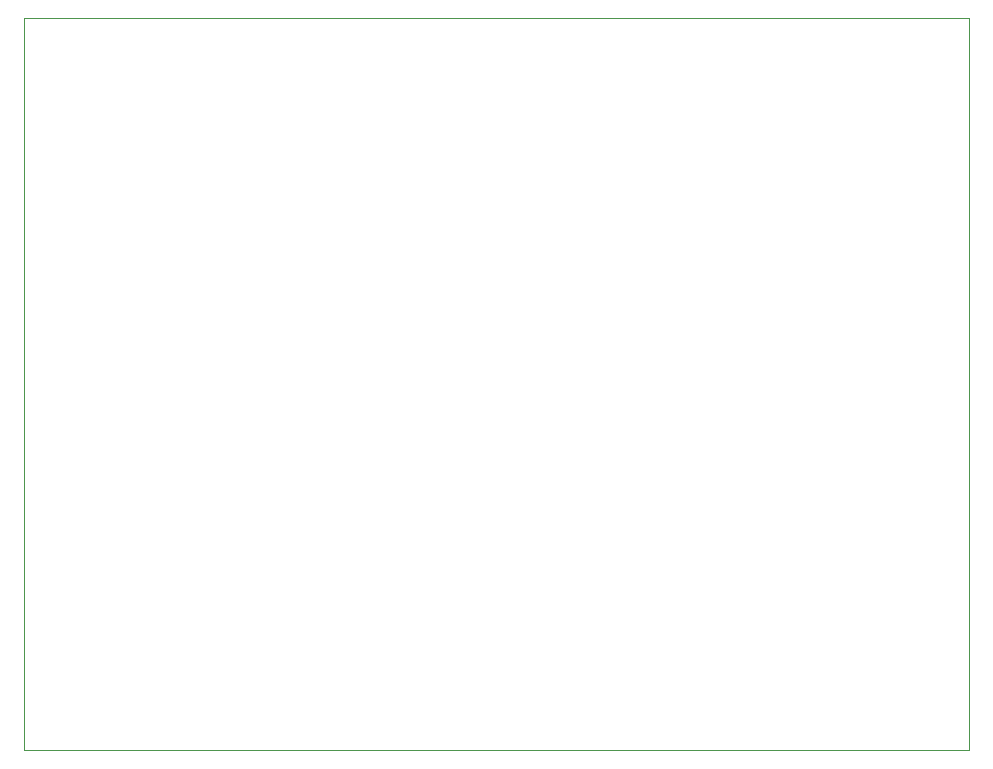
<source format=gbr>
G04 #@! TF.GenerationSoftware,KiCad,Pcbnew,5.1.2*
G04 #@! TF.CreationDate,2019-07-01T14:10:27+02:00*
G04 #@! TF.ProjectId,pcb,7063622e-6b69-4636-9164-5f7063625858,rev?*
G04 #@! TF.SameCoordinates,Original*
G04 #@! TF.FileFunction,Profile,NP*
%FSLAX46Y46*%
G04 Gerber Fmt 4.6, Leading zero omitted, Abs format (unit mm)*
G04 Created by KiCad (PCBNEW 5.1.2) date 2019-07-01 14:10:27*
%MOMM*%
%LPD*%
G04 APERTURE LIST*
%ADD10C,0.050000*%
G04 APERTURE END LIST*
D10*
X50000000Y-92000000D02*
X50000000Y-30000000D01*
X130000000Y-92000000D02*
X50000000Y-92000000D01*
X130000000Y-30000000D02*
X130000000Y-92000000D01*
X50000000Y-30000000D02*
X130000000Y-30000000D01*
M02*

</source>
